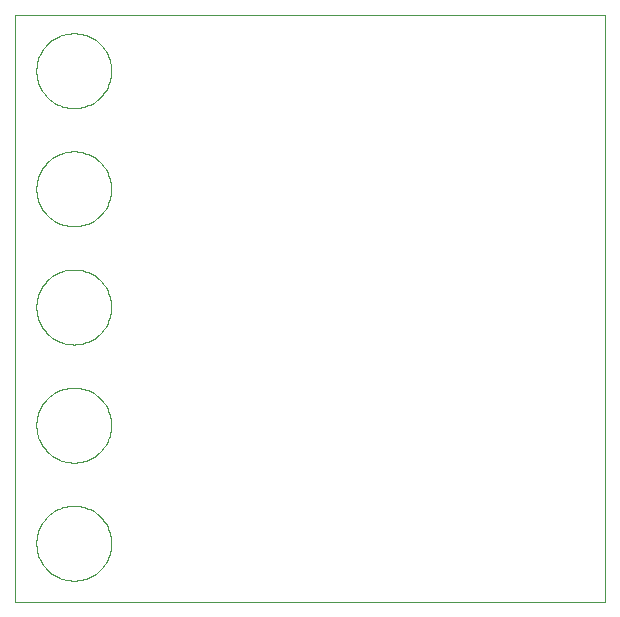
<source format=gbp>
G75*
G70*
%OFA0B0*%
%FSLAX24Y24*%
%IPPOS*%
%LPD*%
%AMOC8*
5,1,8,0,0,1.08239X$1,22.5*
%
%ADD10C,0.0000*%
D10*
X000131Y000131D02*
X000131Y019718D01*
X019816Y019718D01*
X019816Y000131D01*
X000131Y000131D01*
X000850Y002100D02*
X000852Y002170D01*
X000858Y002240D01*
X000868Y002309D01*
X000881Y002378D01*
X000899Y002446D01*
X000920Y002513D01*
X000945Y002578D01*
X000974Y002642D01*
X001006Y002705D01*
X001042Y002765D01*
X001081Y002823D01*
X001123Y002879D01*
X001168Y002933D01*
X001216Y002984D01*
X001267Y003032D01*
X001321Y003077D01*
X001377Y003119D01*
X001435Y003158D01*
X001495Y003194D01*
X001558Y003226D01*
X001622Y003255D01*
X001687Y003280D01*
X001754Y003301D01*
X001822Y003319D01*
X001891Y003332D01*
X001960Y003342D01*
X002030Y003348D01*
X002100Y003350D01*
X002170Y003348D01*
X002240Y003342D01*
X002309Y003332D01*
X002378Y003319D01*
X002446Y003301D01*
X002513Y003280D01*
X002578Y003255D01*
X002642Y003226D01*
X002705Y003194D01*
X002765Y003158D01*
X002823Y003119D01*
X002879Y003077D01*
X002933Y003032D01*
X002984Y002984D01*
X003032Y002933D01*
X003077Y002879D01*
X003119Y002823D01*
X003158Y002765D01*
X003194Y002705D01*
X003226Y002642D01*
X003255Y002578D01*
X003280Y002513D01*
X003301Y002446D01*
X003319Y002378D01*
X003332Y002309D01*
X003342Y002240D01*
X003348Y002170D01*
X003350Y002100D01*
X003348Y002030D01*
X003342Y001960D01*
X003332Y001891D01*
X003319Y001822D01*
X003301Y001754D01*
X003280Y001687D01*
X003255Y001622D01*
X003226Y001558D01*
X003194Y001495D01*
X003158Y001435D01*
X003119Y001377D01*
X003077Y001321D01*
X003032Y001267D01*
X002984Y001216D01*
X002933Y001168D01*
X002879Y001123D01*
X002823Y001081D01*
X002765Y001042D01*
X002705Y001006D01*
X002642Y000974D01*
X002578Y000945D01*
X002513Y000920D01*
X002446Y000899D01*
X002378Y000881D01*
X002309Y000868D01*
X002240Y000858D01*
X002170Y000852D01*
X002100Y000850D01*
X002030Y000852D01*
X001960Y000858D01*
X001891Y000868D01*
X001822Y000881D01*
X001754Y000899D01*
X001687Y000920D01*
X001622Y000945D01*
X001558Y000974D01*
X001495Y001006D01*
X001435Y001042D01*
X001377Y001081D01*
X001321Y001123D01*
X001267Y001168D01*
X001216Y001216D01*
X001168Y001267D01*
X001123Y001321D01*
X001081Y001377D01*
X001042Y001435D01*
X001006Y001495D01*
X000974Y001558D01*
X000945Y001622D01*
X000920Y001687D01*
X000899Y001754D01*
X000881Y001822D01*
X000868Y001891D01*
X000858Y001960D01*
X000852Y002030D01*
X000850Y002100D01*
X000850Y006037D02*
X000852Y006107D01*
X000858Y006177D01*
X000868Y006246D01*
X000881Y006315D01*
X000899Y006383D01*
X000920Y006450D01*
X000945Y006515D01*
X000974Y006579D01*
X001006Y006642D01*
X001042Y006702D01*
X001081Y006760D01*
X001123Y006816D01*
X001168Y006870D01*
X001216Y006921D01*
X001267Y006969D01*
X001321Y007014D01*
X001377Y007056D01*
X001435Y007095D01*
X001495Y007131D01*
X001558Y007163D01*
X001622Y007192D01*
X001687Y007217D01*
X001754Y007238D01*
X001822Y007256D01*
X001891Y007269D01*
X001960Y007279D01*
X002030Y007285D01*
X002100Y007287D01*
X002170Y007285D01*
X002240Y007279D01*
X002309Y007269D01*
X002378Y007256D01*
X002446Y007238D01*
X002513Y007217D01*
X002578Y007192D01*
X002642Y007163D01*
X002705Y007131D01*
X002765Y007095D01*
X002823Y007056D01*
X002879Y007014D01*
X002933Y006969D01*
X002984Y006921D01*
X003032Y006870D01*
X003077Y006816D01*
X003119Y006760D01*
X003158Y006702D01*
X003194Y006642D01*
X003226Y006579D01*
X003255Y006515D01*
X003280Y006450D01*
X003301Y006383D01*
X003319Y006315D01*
X003332Y006246D01*
X003342Y006177D01*
X003348Y006107D01*
X003350Y006037D01*
X003348Y005967D01*
X003342Y005897D01*
X003332Y005828D01*
X003319Y005759D01*
X003301Y005691D01*
X003280Y005624D01*
X003255Y005559D01*
X003226Y005495D01*
X003194Y005432D01*
X003158Y005372D01*
X003119Y005314D01*
X003077Y005258D01*
X003032Y005204D01*
X002984Y005153D01*
X002933Y005105D01*
X002879Y005060D01*
X002823Y005018D01*
X002765Y004979D01*
X002705Y004943D01*
X002642Y004911D01*
X002578Y004882D01*
X002513Y004857D01*
X002446Y004836D01*
X002378Y004818D01*
X002309Y004805D01*
X002240Y004795D01*
X002170Y004789D01*
X002100Y004787D01*
X002030Y004789D01*
X001960Y004795D01*
X001891Y004805D01*
X001822Y004818D01*
X001754Y004836D01*
X001687Y004857D01*
X001622Y004882D01*
X001558Y004911D01*
X001495Y004943D01*
X001435Y004979D01*
X001377Y005018D01*
X001321Y005060D01*
X001267Y005105D01*
X001216Y005153D01*
X001168Y005204D01*
X001123Y005258D01*
X001081Y005314D01*
X001042Y005372D01*
X001006Y005432D01*
X000974Y005495D01*
X000945Y005559D01*
X000920Y005624D01*
X000899Y005691D01*
X000881Y005759D01*
X000868Y005828D01*
X000858Y005897D01*
X000852Y005967D01*
X000850Y006037D01*
X000850Y009974D02*
X000852Y010044D01*
X000858Y010114D01*
X000868Y010183D01*
X000881Y010252D01*
X000899Y010320D01*
X000920Y010387D01*
X000945Y010452D01*
X000974Y010516D01*
X001006Y010579D01*
X001042Y010639D01*
X001081Y010697D01*
X001123Y010753D01*
X001168Y010807D01*
X001216Y010858D01*
X001267Y010906D01*
X001321Y010951D01*
X001377Y010993D01*
X001435Y011032D01*
X001495Y011068D01*
X001558Y011100D01*
X001622Y011129D01*
X001687Y011154D01*
X001754Y011175D01*
X001822Y011193D01*
X001891Y011206D01*
X001960Y011216D01*
X002030Y011222D01*
X002100Y011224D01*
X002170Y011222D01*
X002240Y011216D01*
X002309Y011206D01*
X002378Y011193D01*
X002446Y011175D01*
X002513Y011154D01*
X002578Y011129D01*
X002642Y011100D01*
X002705Y011068D01*
X002765Y011032D01*
X002823Y010993D01*
X002879Y010951D01*
X002933Y010906D01*
X002984Y010858D01*
X003032Y010807D01*
X003077Y010753D01*
X003119Y010697D01*
X003158Y010639D01*
X003194Y010579D01*
X003226Y010516D01*
X003255Y010452D01*
X003280Y010387D01*
X003301Y010320D01*
X003319Y010252D01*
X003332Y010183D01*
X003342Y010114D01*
X003348Y010044D01*
X003350Y009974D01*
X003348Y009904D01*
X003342Y009834D01*
X003332Y009765D01*
X003319Y009696D01*
X003301Y009628D01*
X003280Y009561D01*
X003255Y009496D01*
X003226Y009432D01*
X003194Y009369D01*
X003158Y009309D01*
X003119Y009251D01*
X003077Y009195D01*
X003032Y009141D01*
X002984Y009090D01*
X002933Y009042D01*
X002879Y008997D01*
X002823Y008955D01*
X002765Y008916D01*
X002705Y008880D01*
X002642Y008848D01*
X002578Y008819D01*
X002513Y008794D01*
X002446Y008773D01*
X002378Y008755D01*
X002309Y008742D01*
X002240Y008732D01*
X002170Y008726D01*
X002100Y008724D01*
X002030Y008726D01*
X001960Y008732D01*
X001891Y008742D01*
X001822Y008755D01*
X001754Y008773D01*
X001687Y008794D01*
X001622Y008819D01*
X001558Y008848D01*
X001495Y008880D01*
X001435Y008916D01*
X001377Y008955D01*
X001321Y008997D01*
X001267Y009042D01*
X001216Y009090D01*
X001168Y009141D01*
X001123Y009195D01*
X001081Y009251D01*
X001042Y009309D01*
X001006Y009369D01*
X000974Y009432D01*
X000945Y009496D01*
X000920Y009561D01*
X000899Y009628D01*
X000881Y009696D01*
X000868Y009765D01*
X000858Y009834D01*
X000852Y009904D01*
X000850Y009974D01*
X000850Y013911D02*
X000852Y013981D01*
X000858Y014051D01*
X000868Y014120D01*
X000881Y014189D01*
X000899Y014257D01*
X000920Y014324D01*
X000945Y014389D01*
X000974Y014453D01*
X001006Y014516D01*
X001042Y014576D01*
X001081Y014634D01*
X001123Y014690D01*
X001168Y014744D01*
X001216Y014795D01*
X001267Y014843D01*
X001321Y014888D01*
X001377Y014930D01*
X001435Y014969D01*
X001495Y015005D01*
X001558Y015037D01*
X001622Y015066D01*
X001687Y015091D01*
X001754Y015112D01*
X001822Y015130D01*
X001891Y015143D01*
X001960Y015153D01*
X002030Y015159D01*
X002100Y015161D01*
X002170Y015159D01*
X002240Y015153D01*
X002309Y015143D01*
X002378Y015130D01*
X002446Y015112D01*
X002513Y015091D01*
X002578Y015066D01*
X002642Y015037D01*
X002705Y015005D01*
X002765Y014969D01*
X002823Y014930D01*
X002879Y014888D01*
X002933Y014843D01*
X002984Y014795D01*
X003032Y014744D01*
X003077Y014690D01*
X003119Y014634D01*
X003158Y014576D01*
X003194Y014516D01*
X003226Y014453D01*
X003255Y014389D01*
X003280Y014324D01*
X003301Y014257D01*
X003319Y014189D01*
X003332Y014120D01*
X003342Y014051D01*
X003348Y013981D01*
X003350Y013911D01*
X003348Y013841D01*
X003342Y013771D01*
X003332Y013702D01*
X003319Y013633D01*
X003301Y013565D01*
X003280Y013498D01*
X003255Y013433D01*
X003226Y013369D01*
X003194Y013306D01*
X003158Y013246D01*
X003119Y013188D01*
X003077Y013132D01*
X003032Y013078D01*
X002984Y013027D01*
X002933Y012979D01*
X002879Y012934D01*
X002823Y012892D01*
X002765Y012853D01*
X002705Y012817D01*
X002642Y012785D01*
X002578Y012756D01*
X002513Y012731D01*
X002446Y012710D01*
X002378Y012692D01*
X002309Y012679D01*
X002240Y012669D01*
X002170Y012663D01*
X002100Y012661D01*
X002030Y012663D01*
X001960Y012669D01*
X001891Y012679D01*
X001822Y012692D01*
X001754Y012710D01*
X001687Y012731D01*
X001622Y012756D01*
X001558Y012785D01*
X001495Y012817D01*
X001435Y012853D01*
X001377Y012892D01*
X001321Y012934D01*
X001267Y012979D01*
X001216Y013027D01*
X001168Y013078D01*
X001123Y013132D01*
X001081Y013188D01*
X001042Y013246D01*
X001006Y013306D01*
X000974Y013369D01*
X000945Y013433D01*
X000920Y013498D01*
X000899Y013565D01*
X000881Y013633D01*
X000868Y013702D01*
X000858Y013771D01*
X000852Y013841D01*
X000850Y013911D01*
X000850Y017848D02*
X000852Y017918D01*
X000858Y017988D01*
X000868Y018057D01*
X000881Y018126D01*
X000899Y018194D01*
X000920Y018261D01*
X000945Y018326D01*
X000974Y018390D01*
X001006Y018453D01*
X001042Y018513D01*
X001081Y018571D01*
X001123Y018627D01*
X001168Y018681D01*
X001216Y018732D01*
X001267Y018780D01*
X001321Y018825D01*
X001377Y018867D01*
X001435Y018906D01*
X001495Y018942D01*
X001558Y018974D01*
X001622Y019003D01*
X001687Y019028D01*
X001754Y019049D01*
X001822Y019067D01*
X001891Y019080D01*
X001960Y019090D01*
X002030Y019096D01*
X002100Y019098D01*
X002170Y019096D01*
X002240Y019090D01*
X002309Y019080D01*
X002378Y019067D01*
X002446Y019049D01*
X002513Y019028D01*
X002578Y019003D01*
X002642Y018974D01*
X002705Y018942D01*
X002765Y018906D01*
X002823Y018867D01*
X002879Y018825D01*
X002933Y018780D01*
X002984Y018732D01*
X003032Y018681D01*
X003077Y018627D01*
X003119Y018571D01*
X003158Y018513D01*
X003194Y018453D01*
X003226Y018390D01*
X003255Y018326D01*
X003280Y018261D01*
X003301Y018194D01*
X003319Y018126D01*
X003332Y018057D01*
X003342Y017988D01*
X003348Y017918D01*
X003350Y017848D01*
X003348Y017778D01*
X003342Y017708D01*
X003332Y017639D01*
X003319Y017570D01*
X003301Y017502D01*
X003280Y017435D01*
X003255Y017370D01*
X003226Y017306D01*
X003194Y017243D01*
X003158Y017183D01*
X003119Y017125D01*
X003077Y017069D01*
X003032Y017015D01*
X002984Y016964D01*
X002933Y016916D01*
X002879Y016871D01*
X002823Y016829D01*
X002765Y016790D01*
X002705Y016754D01*
X002642Y016722D01*
X002578Y016693D01*
X002513Y016668D01*
X002446Y016647D01*
X002378Y016629D01*
X002309Y016616D01*
X002240Y016606D01*
X002170Y016600D01*
X002100Y016598D01*
X002030Y016600D01*
X001960Y016606D01*
X001891Y016616D01*
X001822Y016629D01*
X001754Y016647D01*
X001687Y016668D01*
X001622Y016693D01*
X001558Y016722D01*
X001495Y016754D01*
X001435Y016790D01*
X001377Y016829D01*
X001321Y016871D01*
X001267Y016916D01*
X001216Y016964D01*
X001168Y017015D01*
X001123Y017069D01*
X001081Y017125D01*
X001042Y017183D01*
X001006Y017243D01*
X000974Y017306D01*
X000945Y017370D01*
X000920Y017435D01*
X000899Y017502D01*
X000881Y017570D01*
X000868Y017639D01*
X000858Y017708D01*
X000852Y017778D01*
X000850Y017848D01*
M02*

</source>
